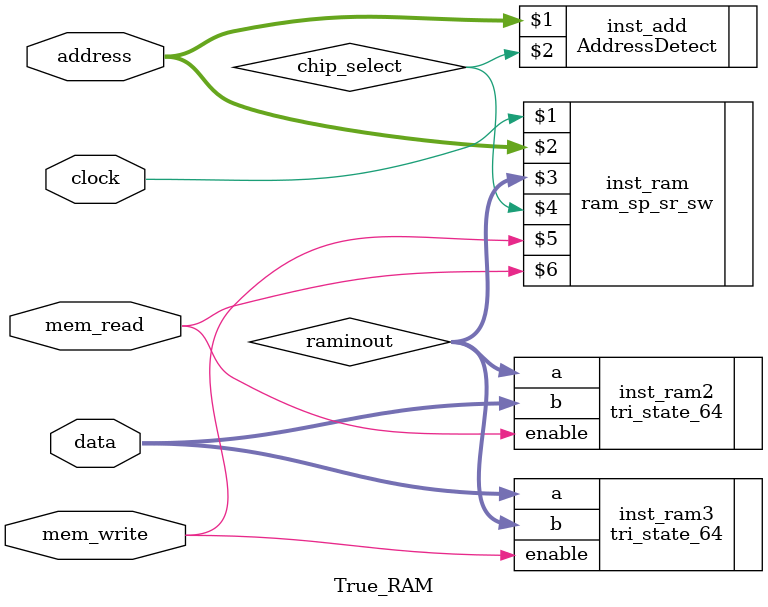
<source format=v>
module True_RAM (clock, address, data, mem_write, mem_read);

inout [63:0] data;
input [31:0] address;
input mem_write, mem_read;
input clock;

parameter base_address = 32'h00020000;
parameter address_width = 10;

wire chip_select;

AddressDetect inst_add (address, chip_select);
defparam inst_add.base_address = base_address;
defparam inst_add.address_mask = 32'hFFFFFFFF << address_width;

wire [63:0] raminout;

ram_sp_sr_sw inst_ram (clock, address, raminout, chip_select, mem_write, mem_read);
defparam inst_ram.ADDR_WIDTH = address_width;


tri_state_64 inst_ram2(.a(raminout), .b(data), .enable(mem_read));
tri_state_64 inst_ram3(.a(data), .b(raminout), .enable(mem_write));

endmodule

</source>
